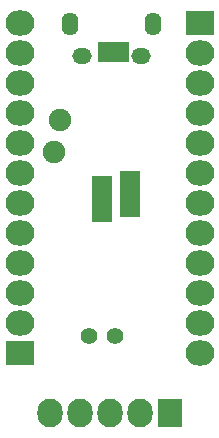
<source format=gbs>
G04 #@! TF.FileFunction,Soldermask,Bot*
%FSLAX46Y46*%
G04 Gerber Fmt 4.6, Leading zero omitted, Abs format (unit mm)*
G04 Created by KiCad (PCBNEW 4.0.2-stable) date 09.08.2016 00:31:01*
%MOMM*%
G01*
G04 APERTURE LIST*
%ADD10C,0.300000*%
%ADD11R,1.670000X1.365200*%
%ADD12R,1.365200X1.670000*%
%ADD13R,2.432000X2.127200*%
%ADD14O,2.432000X2.127200*%
%ADD15O,1.650000X1.350000*%
%ADD16O,1.400000X1.950000*%
%ADD17R,2.127200X2.432000*%
%ADD18O,2.127200X2.432000*%
%ADD19C,1.400000*%
%ADD20C,1.900000*%
G04 APERTURE END LIST*
D10*
D11*
X116200000Y-110150000D03*
X116200000Y-108880000D03*
X116200000Y-107610000D03*
X118600000Y-109720000D03*
X118600000Y-108450000D03*
X118600000Y-107180000D03*
D12*
X116500000Y-96400000D03*
X117770000Y-96400000D03*
D13*
X109220000Y-121920000D03*
D14*
X109220000Y-119380000D03*
X109220000Y-116840000D03*
X109220000Y-114300000D03*
X109220000Y-111760000D03*
X109220000Y-109220000D03*
X109220000Y-106680000D03*
X109220000Y-104140000D03*
X109220000Y-101600000D03*
X109220000Y-99060000D03*
X109220000Y-96520000D03*
X109220000Y-93980000D03*
D13*
X124460000Y-93980000D03*
D14*
X124460000Y-96520000D03*
X124460000Y-99060000D03*
X124460000Y-101600000D03*
X124460000Y-104140000D03*
X124460000Y-106680000D03*
X124460000Y-109220000D03*
X124460000Y-111760000D03*
X124460000Y-114300000D03*
X124460000Y-116840000D03*
X124460000Y-119380000D03*
X124460000Y-121920000D03*
D15*
X119500900Y-96762540D03*
X114500900Y-96762540D03*
D16*
X120500900Y-94062540D03*
X113500900Y-94062540D03*
D17*
X121920000Y-127000000D03*
D18*
X119380000Y-127000000D03*
X116840000Y-127000000D03*
X114300000Y-127000000D03*
X111760000Y-127000000D03*
D19*
X117300000Y-120500000D03*
D20*
X112600000Y-102200000D03*
X112100000Y-104850000D03*
D19*
X115100000Y-120500000D03*
M02*

</source>
